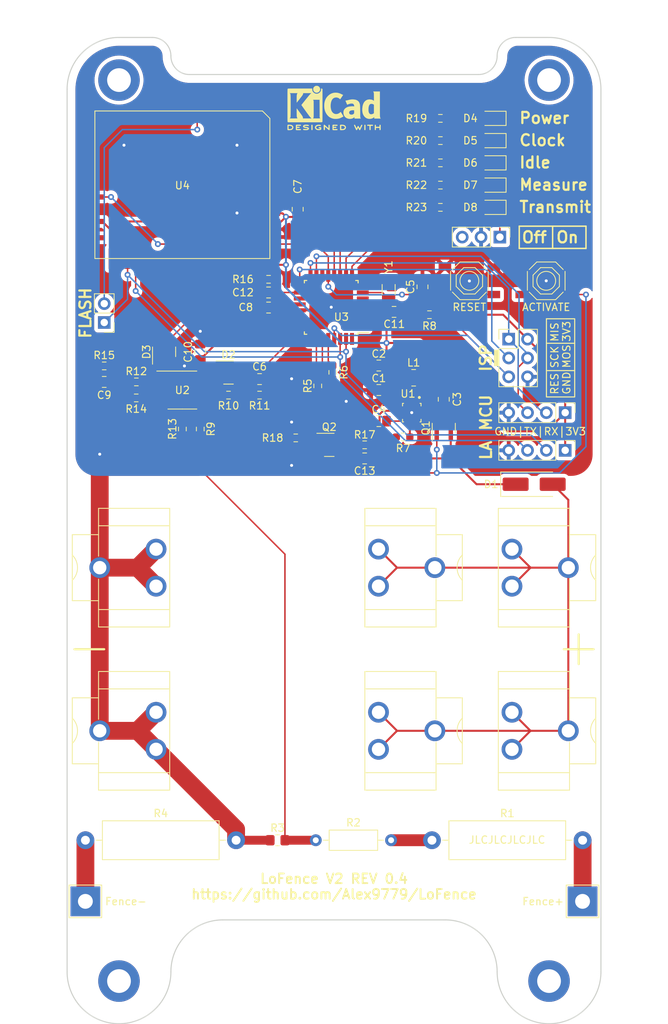
<source format=kicad_pcb>
(kicad_pcb (version 20221018) (generator pcbnew)
  (title_block (title "LoFence V2") (rev "0.4"))
  (layers (0 "F.Cu" signal) (31 "B.Cu" signal) (34 "B.Paste" user) (35 "F.Paste" user) (36 "B.SilkS" user "B.Silkscreen") (37 "F.SilkS" user "F.Silkscreen") (38 "B.Mask" user) (39 "F.Mask" user) (44 "Edge.Cuts" user))
  (net 0 "")
  (net 1 "GND")
  (net 2 "+3V3")
  (net 3 "ADC_POWER")
  (net 4 "ADC_POS")
  (net 5 "ADC_NEG")
  (net 6 "MCU_SCK")
  (net 7 "LA_RESET")
  (net 8 "LA_RX")
  (net 9 "LA_TX")
  (net 10 "PROBE")
  (net 11 "BAT_ADC")
  (net 12 "BAT_VCC")
  (net 13 "BAT_GND")
  (net 14 "Net-(U3-AREF)")
  (net 15 "AVCC")
  (net 16 "Net-(D2-A1)")
  (net 17 "Net-(D3-A1)")
  (net 18 "Net-(D4-K)")
  (net 19 "MCU_MISO")
  (net 20 "MCU_MOSI")
  (net 21 "LED_CLK")
  (net 22 "LED_IDLE")
  (net 23 "LED_MSR")
  (net 24 "LED_TX")
  (net 25 "Net-(D5-A)")
  (net 26 "Net-(D4-A)")
  (net 27 "Net-(D6-A)")
  (net 28 "Net-(D7-A)")
  (net 29 "Net-(R1-Pad1)")
  (net 32 "Net-(U3-XTAL1{slash}PB6)")
  (net 33 "Net-(U3-XTAL2{slash}PB7)")
  (net 36 "Net-(Q1-G)")
  (net 39 "Net-(U1-SS)")
  (net 40 "Net-(D8-A)")
  (net 41 "Net-(J1-Pin_1)")
  (net 42 "Net-(J2-Pin_1)")
  (net 43 "Net-(U1-L1)")
  (net 44 "Net-(U1-L2)")
  (net 45 "Net-(U1-PG)")
  (net 46 "Net-(U2B-+)")
  (net 47 "Net-(U2B--)")
  (net 48 "Net-(U2A--)")
  (net 49 "Net-(U2A-+)")
  (net 52 "PM_VCC")
  (net 53 "ACTIVATE")
  (net 54 "Net-(B11-Pin_1)")
  (net 56 "LA_BOOT")
  (footprint "Resistor_SMD:R_0603_1608Metric_Pad0.98x0.95mm_HandSolder" (layer "F.Cu") (at 70.8387 80.1605 -90)
    (fp_text reference "R6")
    (fp_text value "100k")
  )
  (footprint "Resistor_THT:R_Axial_DIN0516_L15.5mm_D5.0mm_P20.32mm_Horizontal" (layer "F.Cu") (at 37.472 143.256)
    (fp_text reference "R4")
    (fp_text value "10M 10KV")
  )
  (footprint "Resistor_SMD:R_0603_1608Metric_Pad0.98x0.95mm_HandSolder" (layer "F.Cu") (at 52.9586 87.803 -90)
    (fp_text reference "R9")
    (fp_text value "100k")
  )
  (footprint "Resistor_SMD:R_0603_1608Metric_Pad0.98x0.95mm_HandSolder" (layer "F.Cu") (at 62.1705 67.6141)
    (fp_text reference "R16")
    (fp_text value "47R")
  )
  (footprint "Capacitor_SMD:C_0805_2012Metric_Pad1.18x1.45mm_HandSolder" (layer "F.Cu") (at 66.1 58.166 -90)
    (fp_text reference "C7")
    (fp_text value "100nF")
  )
  (footprint "Capacitor_SMD:C_0805_2012Metric_Pad1.18x1.45mm_HandSolder" (layer "F.Cu") (at 62.1705 71.4241 180)
    (fp_text reference "C8")
    (fp_text value "100nF")
  )
  (footprint "Capacitor_SMD:C_0805_2012Metric_Pad1.18x1.45mm_HandSolder" (layer "F.Cu") (at 79.0956 72.009 180)
    (fp_text reference "C11")
    (fp_text value "100nF")
  )
  (footprint "ALITECS:LA66_serial-only" (layer "F.Cu") (at 50.546 54.864 -90)
    (fp_text reference "U4")
    (fp_text value "LA66")
  )
  (footprint "Resistor_THT:R_Axial_DIN0516_L15.5mm_D5.0mm_P20.32mm_Horizontal" (layer "F.Cu") (at 84.208 143.256)
    (fp_text reference "R1")
    (fp_text value "10M 10KV")
  )
  (footprint "Resistor_THT:R_Axial_DIN0207_L6.3mm_D2.5mm_P10.16mm_Horizontal" (layer "F.Cu") (at 68.536177 143.256)
    (fp_text reference "R2")
    (fp_text value "1M 700V")
  )
  (footprint "Resistor_SMD:R_0805_2012Metric_Pad1.20x1.40mm_HandSolder" (layer "F.Cu") (at 63.38 143.256)
    (fp_text reference "R3")
    (fp_text value "5k76")
  )
  (footprint "Resistor_SMD:R_0603_1608Metric_Pad0.98x0.95mm_HandSolder" (layer "F.Cu") (at 50.5456 87.803 -90)
    (fp_text reference "R13")
    (fp_text value "100k")
  )
  (footprint "Package_QFP:TQFP-32_7x7mm_P0.8mm" (layer "F.Cu") (at 70.6254 71.4 180)
    (fp_text reference "U3")
    (fp_text value "ATmega328PB-AU")
  )
  (footprint "MountingHole:MountingHole_3.2mm_M3_DIN965_Pad" (layer "F.Cu") (at 42 162.25 90)
    (fp_text reference "MH3" hide)
    (fp_text value "MountingHole")
  )
  (footprint "MountingHole:MountingHole_3.2mm_M3_DIN965_Pad" (layer "F.Cu") (at 100 40.75 90)
    (fp_text reference "MH2" hide)
    (fp_text value "MountingHole")
  )
  (footprint "MountingHole:MountingHole_3.2mm_M3_DIN965_Pad" (layer "F.Cu") (at 42 40.75 90)
    (fp_text reference "MH1" hide)
    (fp_text value "MountingHole")
  )
  (footprint "Crystal:Crystal_SMD_3215-2Pin_3.2x1.5mm" (layer "F.Cu") (at 78.3654 68.987 -90)
    (fp_text reference "Y1")
    (fp_text value "32768 Hz")
  )
  (footprint "TestPoint:TestPoint_THTPad_4.0x4.0mm_Drill2.0mm" (layer "F.Cu") (at 37.465 151.5 180)
    (fp_text reference "J2")
    (fp_text value "Fence-")
  )
  (footprint "TestPoint:TestPoint_THTPad_4.0x4.0mm_Drill2.0mm" (layer "F.Cu") (at 104.521 151.5 180)
    (fp_text reference "J1")
    (fp_text value "Fence+")
  )
  (footprint "Resistor_SMD:R_0603_1608Metric_Pad0.98x0.95mm_HandSolder" (layer "F.Cu") (at 68.8067 81.9893 -90)
    (fp_text reference "R5")
    (fp_text value "100k")
  )
  (footprint "Resistor_SMD:R_0603_1608Metric_Pad0.98x0.95mm_HandSolder" (layer "F.Cu") (at 40.0046 79.294)
    (fp_text reference "R15")
    (fp_text value "1M")
  )
  (footprint "Capacitor_SMD:C_0805_2012Metric_Pad1.18x1.45mm_HandSolder" (layer "F.Cu") (at 40.0046 81.453 180)
    (fp_text reference "C9")
    (fp_text value "100nF")
  )
  (footprint "Resistor_SMD:R_0603_1608Metric_Pad0.98x0.95mm_HandSolder" (layer "F.Cu") (at 44.3226 83.612)
    (fp_text reference "R14")
    (fp_text value "100k")
  )
  (footprint "Resistor_SMD:R_0603_1608Metric_Pad0.98x0.95mm_HandSolder" (layer "F.Cu") (at 60.9596 83.231 180)
    (fp_text reference "R11")
    (fp_text value "1M")
  )
  (footprint "Package_SO:SOIC-8_3.9x4.9mm_P1.27mm" (layer "F.Cu") (at 50.5456 82.55)
    (fp_text reference "U2")
    (fp_text value "TLV9062")
  )
  (footprint "Resistor_SMD:R_0603_1608Metric_Pad0.98x0.95mm_HandSolder" (layer "F.Cu") (at 44.3386 81.453)
    (fp_text reference "R12")
    (fp_text value "100k")
  )
  (footprint "Capacitor_SMD:C_0805_2012Metric_Pad1.18x1.45mm_HandSolder" (layer "F.Cu") (at 60.9596 81.072)
    (fp_text reference "C6")
    (fp_text value "100nF")
  )
  (footprint "Package_TO_SOT_SMD:SOT-23" (layer "F.Cu") (at 48.0818 77.389 90)
    (fp_text reference "D3")
    (fp_text value "BAV70")
  )
  (footprint "Package_TO_SOT_SMD:SOT-23" (layer "F.Cu") (at 56.7686 80.183)
    (fp_text reference "D2")
    (fp_text value "BAV70")
  )
  (footprint "Capacitor_SMD:C_0805_2012Metric_Pad1.18x1.45mm_HandSolder" (layer "F.Cu") (at 52.9586 77.389 90)
    (fp_text reference "C10")
    (fp_text value "100nF")
  )
  (footprint "Resistor_SMD:R_0603_1608Metric_Pad0.98x0.95mm_HandSolder" (layer "F.Cu") (at 56.7686 83.231 180)
    (fp_text reference "R10")
    (fp_text value "100k")
  )
  (footprint "Resistor_SMD:R_0603_1608Metric_Pad0.98x0.95mm_HandSolder" (layer "F.Cu") (at 85.345 57.912 180)
    (fp_text reference "R23")
    (fp_text value "150R")
  )
  (footprint "LED_SMD:LED_0805_2012Metric_Pad1.15x1.40mm_HandSolder" (layer "F.Cu") (at 92.345 51.912 180)
    (fp_text reference "D6")
    (fp_text value "EMERALD")
  )
  (footprint "Resistor_SMD:R_0603_1608Metric_Pad0.98x0.95mm_HandSolder" (layer "F.Cu") (at 85.345 54.912 180)
    (fp_text reference "R22")
    (fp_text value "220R")
  )
  (footprint "LED_SMD:LED_0805_2012Metric_Pad1.15x1.40mm_HandSolder" (layer "F.Cu") (at 92.345 48.912 180)
    (fp_text reference "D5")
    (fp_text value "YELLOW")
  )
  (footprint "LED_SMD:LED_0805_2012Metric_Pad1.15x1.40mm_HandSolder" (layer "F.Cu") (at 92.345 54.912 180)
    (fp_text reference "D7")
    (fp_text value "YELLOW")
  )
  (footprint "Resistor_SMD:R_0603_1608Metric_Pad0.98x0.95mm_HandSolder" (layer "F.Cu") (at 85.345 45.912 180)
    (fp_text reference "R19")
    (fp_text value "1k")
  )
  (footprint "Resistor_SMD:R_0603_1608Metric_Pad0.98x0.95mm_HandSolder" (layer "F.Cu") (at 85.345 48.912 180)
    (fp_text reference "R20")
    (fp_text value "220R")
  )
  (footprint "Connector_PinHeader_2.54mm:PinHeader_1x03_P2.54mm_Vertical" (layer "F.Cu") (at 93.3704 61.9252 -90)
    (fp_text reference locked "J4" hide)
    (fp_text value "DEBUG LED")
  )
  (footprint "LED_SMD:LED_0805_2012Metric_Pad1.15x1.40mm_HandSolder" (layer "F.Cu") (at 92.345 45.912 180)
    (fp_text reference "D4")
    (fp_text value "EMERALD")
  )
  (footprint "LED_SMD:LED_0805_2012Metric_Pad1.15x1.40mm_HandSolder" (layer "F.Cu") (at 92.345 57.912 180)
    (fp_text reference "D8")
    (fp_text value "RED")
  )
  (footprint "Resistor_SMD:R_0603_1608Metric_Pad0.98x0.95mm_HandSolder" (layer "F.Cu") (at 85.345 51.912 180)
    (fp_text reference "R21")
    (fp_text value "1k")
  )
  (footprint "Resistor_SMD:R_0603_1608Metric_Pad0.98x0.95mm_HandSolder" (layer "F.Cu") (at 83.8708 72.39 180)
    (fp_text reference "R8")
    (fp_text value "4k7")
  )
  (footprint "Capacitor_SMD:C_0805_2012Metric_Pad1.18x1.45mm_HandSolder" (layer "F.Cu") (at 82.931 68.6308 90)
    (fp_text reference "C5")
    (fp_text value "100nF")
  )
  (footprint "Capacitor_SMD:C_0805_2012Metric_Pad1.18x1.45mm_HandSolder" (layer "F.Cu") (at 85.8 83.7946 90)
    (fp_text reference "C3")
    (fp_text value "10uF")
  )
  (footprint "Connector_PinHeader_2.54mm:PinHeader_1x04_P2.54mm_Vertical" (layer "F.Cu") (at 102.1785 90.678 -90)
    (fp_text reference "J6" hide)
    (fp_text value "DEBUG LA")
  )
  (footprint "Connector_PinHeader_2.54mm:PinHeader_2x03_P2.54mm_Vertical" (layer "F.Cu") (at 94.5635 75.685)
    (fp_text reference "J3" hide)
    (fp_text value "ISP")
  )
  (footprint "Connector_PinHeader_2.54mm:PinHeader_1x04_P2.54mm_Vertical" (layer "F.Cu") (at 102.1785 85.598 -90)
    (fp_text reference "J5" hide)
    (fp_text value "DEBUG MCU")
  )
  (footprint "Capacitor_SMD:C_0805_2012Metric_Pad1.18x1.45mm_HandSolder" (layer "F.Cu") (at 62.1705 69.3934)
    (fp_text reference "C12")
    (fp_text value "100nF")
  )
  (footprint "ALITECS:TS-1187A-B-A-B" (layer "F.Cu") (at 89.2556 67.818 180)
    (fp_text reference locked "SW1" hide)
    (fp_text value locked "RESET")
  )
  (footprint "Capacitor_SMD:C_0805_2012Metric_Pad1.18x1.45mm_HandSolder" (layer "F.Cu") (at 77.0421 82.5446 180)
    (fp_text reference "C1")
    (fp_text value "10uF")
  )
  (footprint "Capacitor_SMD:C_0805_2012Metric_Pad1.18x1.45mm_HandSolder" (layer "F.Cu") (at 77.0421 79.2426 180)
    (fp_text reference "C2")
    (fp_text value "10uF")
  )
  (footprint "Resistor_SMD:R_0603_1608Metric_Pad0.98x0.95mm_HandSolder" (layer "F.Cu") (at 80.3148 88.8746)
    (fp_text reference "R7")
    (fp_text value "100k")
  )
  (footprint "ALITECS:MY-18650-01" (layer "F.Cu") (at 95 128.5 180)
    (fp_text reference "B21" hide)
    (fp_text value "MY-18650-01")
  )
  (footprint "Inductor_SMD:L_1008_2520Metric_Pad1.43x2.20mm_HandSolder" (layer "F.Cu") (at 81.7411 80.8936 180)
    (fp_text reference "L1")
    (fp_text value "1.5uH")
  )
  (footprint "Resistor_SMD:R_0603_1608Metric_Pad0.98x0.95mm_HandSolder" (layer "F.Cu") (at 65.8368 89.0016 180)
    (fp_text reference "R18")
    (fp_text value "1M")
  )
  (footprint "Symbol:KiCad-Logo2_5mm_SilkScreen" (layer "F.Cu") (at 71 44.5)
    (fp_text reference "REF**" hide)
    (fp_text value "KiCad-Logo2_5mm_SilkScreen" hide)
  )
  (footprint "Package_TO_SOT_SMD:SOT-23" (layer "F.Cu") (at 70.358 89.9414)
    (fp_text reference "Q2")
    (fp_text value "2N7002")
  )
  (footprint "Package_TO_SOT_SMD:SOT-23" (layer "F.Cu") (at 85.8012 87.6808 90)
    (fp_text reference "Q1")
    (fp_text value "LBSS84LT1G")
  )
  (footprint "ALITECS:MY-18650-01" (layer "F.Cu") (at 47 106.5)
    (fp_text reference "B10" hide)
    (fp_text value "MY-18650-01")
  )
  (footprint "Capacitor_SMD:C_0805_2012Metric_Pad1.18x1.45mm_HandSolder" (layer "F.Cu") (at 75.1332 91.7702 180)
    (fp_text reference "C13")
    (fp_text value "100nF")
  )
  (footprint "Capacitor_SMD:C_0805_2012Metric_Pad1.18x1.45mm_HandSolder" (layer "F.Cu") (at 77.0421 86.7356 180)
    (fp_text reference "C4")
    (fp_text value "1nF")
  )
  (footprint "MountingHole:MountingHole_3.2mm_M3_DIN965_Pad" (layer "F.Cu") (at 100 162.25)
    (fp_text reference "MH4" hide)
    (fp_text value "MountingHole")
  )
  (footprint "ALITECS:TPS63051RMW" (layer "F.Cu") (at 81.4871 85.5926 -90)
    (fp_text reference "U1")
    (fp_text value "TPS63051RMW")
  )
  (footprint "Diode_SMD:D_SMA_Handsoldering" (layer "F.Cu") (at 97.99 95.25)
    (fp_text reference "D1")
    (fp_text value "SS54")
  )
  (footprint "ALITECS:TS-1187A-B-A-B" (layer "F.Cu") (at 99.6188 67.818 180)
    (fp_text reference locked "SW2" hide)
    (fp_text value locked "ACTIVATE")
  )
  (footprint "Symbol:OSHW-Logo_5.7x6mm_Copper" (layer "F.Cu") (at 71 51)
    (fp_text reference "REF**" hide)
    (fp_text value "OSHW-Logo_5.7x6mm_Copper" hide)
  )
  (footprint "ALITECS:MY-18650-01" (layer "F.Cu") (at 77 128.5 180)
    (fp_text reference "B41" hide)
    (fp_text value "MY-18650-01")
  )
  (footprint "ALITECS:MY-18650-01" (layer "F.Cu") (at 47 128.5)
    (fp_text reference "B20" hide)
    (fp_text value "MY-18650-01")
  )
  (footprint "ALITECS:MY-18650-01" (layer "F.Cu") (at 95 106.5 180)
    (fp_text reference "B11" hide)
    (fp_text value "MY-18650-01")
  )
  (footprint "Resistor_SMD:R_0603_1608Metric_Pad0.98x0.95mm_HandSolder" (layer "F.Cu") (at 75.1332 89.9414)
    (fp_text reference "R17")
    (fp_text value "100k")
  )
  (footprint "ALITECS:MY-18650-01" (layer "F.Cu") (at 77 106.5 180)
    (fp_text reference "B31" hide)
    (fp_text value "MY-18650-01")
  )
  (footprint "Connector_PinHeader_2.54mm:PinHeader_1x02_P2.54mm_Vertical" (layer "F.Cu") (at 40.012 73.438 180)
    (fp_text reference "J7" hide)
    (fp_text value "FLASH LA")
  )
  (gr_line (start 104.9824 63.4506) (end 95.9824 63.4506) (stroke (width 0.2)) (layer "F.SilkS"))
  (gr_line (start 95.9824 60.4506) (end 104.9824 60.4506) (stroke (width 0.2)) (layer "F.SilkS"))
  (gr_line (start 104.9824 60.4506) (end 104.9824 63.4506) (stroke (width 0.2)) (layer "F.SilkS"))
  (gr_line (start 95.9824 63.4506) (end 95.9824 60.4506) (stroke (width 0.2)) (layer "F.SilkS"))
  (gr_line (start 100.4824 63.4506) (end 100.4824 60.4506) (stroke (width 0.2)) (layer "F.SilkS"))
  (gr_line (start 36 117.5) (end 40 117.5) (stroke (width 0.3)) (layer "F.SilkS"))
  (gr_rect (start 92.66 77.1913) (end 93.2164 79.2487) (stroke (width 0.15)) (fill solid) (layer "F.SilkS"))
  (gr_line (start 99.6485 76.2415) (end 103.4585 76.2415) (stroke (width 0.15)) (layer "F.SilkS"))
  (gr_line (start 99.6485 79.9245) (end 103.4585 79.9245) (stroke (width 0.15)) (layer "F.SilkS"))
  (gr_line (start 102 117.5) (end 106 117.5) (stroke (width 0.3)) (layer "F.SilkS"))
  (gr_line (start 104 115.5) (end 104 119.5) (stroke (width 0.3)) (layer "F.SilkS"))
  (gr_rect (start 99.6485 72.9395) (end 103.4585 83.4805) (stroke (width 0.15)) (fill none) (layer "F.SilkS"))
  (gr_arc (start 100 35) (mid 104.949747 37.050253) (end 107 42) (stroke (width 0.15)) (layer "Edge.Cuts"))
  (gr_line (start 56 154) (end 86 154) (stroke (width 0.15)) (layer "Edge.Cuts"))
  (gr_arc (start 100 168) (mid 95.050253 165.949747) (end 93 161) (stroke (width 0.15)) (layer "Edge.Cuts"))
  (gr_arc (start 42 168) (mid 37.050253 165.949747) (end 35 161) (stroke (width 0.15)) (layer "Edge.Cuts"))
  (gr_line (start 46.5 35) (end 42 35) (stroke (width 0.15)) (layer "Edge.Cuts"))
  (gr_line (start 90.5 40) (end 51.5 40) (stroke (width 0.15)) (layer "Edge.Cuts"))
  (gr_arc (start 49 161) (mid 46.949747 165.949747) (end 42 168) (stroke (width 0.15)) (layer "Edge.Cuts"))
  (gr_line (start 100 35) (end 95.5 35) (stroke (width 0.15)) (layer "Edge.Cuts"))
  (gr_arc (start 46.5 35) (mid 48.267767 35.732233) (end 49 37.5) (stroke (width 0.15)) (layer "Edge.Cuts"))
  (gr_line (start 107 161) (end 107 42) (stroke (width 0.15)) (layer "Edge.Cuts"))
  (gr_arc (start 51.5 40) (mid 49.732233 39.267767) (end 49 37.5) (stroke (width 0.15)) (layer "Edge.Cuts"))
  (gr_arc (start 49 161) (mid 51.050253 156.050253) (end 56 154) (stroke (width 0.15)) (layer "Edge.Cuts"))
  (gr_arc (start 107 161) (mid 104.949747 165.949747) (end 100 168) (stroke (width 0.15)) (layer "Edge.Cuts"))
  (gr_arc (start 35 42) (mid 37.050253 37.050253) (end 42 35) (stroke (width 0.15)) (layer "Edge.Cuts"))
  (gr_arc (start 93 37.5) (mid 93.732233 35.732233) (end 95.5 35) (stroke (width 0.15)) (layer "Edge.Cuts"))
  (gr_arc (start 86 154) (mid 90.949747 156.050253) (end 93 161) (stroke (width 0.15)) (layer "Edge.Cuts"))
  (gr_line (start 35 42) (end 35 161) (stroke (width 0.15)) (layer "Edge.Cuts"))
  (gr_arc (start 93 37.5) (mid 92.267767 39.267767) (end 90.5 40) (stroke (width 0.15)) (layer "Edge.Cuts"))
  (gr_text "On" (at 102.4824 61.9506) (layer "F.SilkS") (effects (font (size 1.5 1.5) (thickness 0.3))))
  (gr_text "Power" (at 95.845 45.864) (layer "F.SilkS") (effects (font (size 1.5 1.5) (thickness 0.3)) (justify left)))
  (gr_text "Clock" (at 95.845 48.864) (layer "F.SilkS") (effects (font (size 1.5 1.5) (thickness 0.3)) (justify left)))
  (gr_text "Off" (at 98.0184 61.9506) (layer "F.SilkS") (effects (font (size 1.5 1.5) (thickness 0.3))))
  (gr_text "Measure" (at 95.845 54.864) (layer "F.SilkS") (effects (font (size 1.5 1.5) (thickness 0.3)) (justify left)))
  (gr_text "Transmit" (at 95.845 57.864) (layer "F.SilkS") (effects (font (size 1.5 1.5) (thickness 0.3)) (justify left)))
  (gr_text "Idle" (at 95.845 51.864) (layer "F.SilkS") (effects (font (size 1.5 1.5) (thickness 0.3)) (justify left)))
  (gr_text "MCU" (at 91.5 85.598 90) (layer "F.SilkS") (effects (font (size 1.5 1.5) (thickness 0.3))))
  (gr_text "FLASH" (at 37.472 72.163 90) (layer "F.SilkS") (effects (font (size 1.5 1.5) (thickness 0.3))))
  (gr_text "RES\nGND" (at 102.9505 83.2265 90) (layer "F.SilkS") (effects (font (size 1 1)) (justify left bottom)))
  (gr_text "ISP" (at 91.4697 78.21 90) (layer "F.SilkS") (effects (font (size 1.5 1.5) (thickness 0.3))))
  (gr_text "JLCJLCJLCJLC" (at 89.1 143.8) (layer "F.SilkS") (effects (font (size 1 1)) (justify left bottom)))
  (gr_text "${TITLE} REV ${REVISION}\nhttps://github.com/Alex9779/LoFence\n" (at 71 149.5) (layer "F.SilkS") (effects (font (size 1.3 1.3) (thickness 0.25))))
  (gr_text "LA" (at 91.5 90.678 90) (layer "F.SilkS") (effects (font (size 1.5 1.5) (thickness 0.3))))
  (gr_text "MIS\n3V3" (at 102.9505 76.1145 90) (layer "F.SilkS") (effects (font (size 1 1)) (justify left bottom)))
  (gr_text "SCK\nMOS" (at 102.9505 79.6705 90) (layer "F.SilkS") (effects (font (size 1 1)) (justify left bottom)))
  (gr_text "GND|TX|RX|3V3" (at 98.806 88.138) (layer "F.SilkS") (effects (font (size 1 1))))
  (segment (start 39.4 106.5) (end 39.4 91.2) (width 2.4) (layer "F.Cu") (net 1))
  (segment (start 44.5 106.5) (end 39.4 106.5) (width 2.4) (layer "F.Cu") (net 1))
  (segment (start 39.4 128.5) (end 44.5 128.5) (width 2.4) (layer "F.Cu") (net 1))
  (segment (start 81.2301 85.8426) (end 81.4801 85.5926) (width 0.27) (layer "F.Cu") (net 1))
  (segment (start 81.4801 85.5926) (end 81.7371 85.3356) (width 0.27) (layer "F.Cu") (net 1))
  (segment locked (start 62.38 143.256) (end 57.792 143.256) (width 1.2) (layer "F.Cu") (net 1))
  (segment (start 39.4 106.5) (end 39.4 128.5) (width 2.4) (layer "F.Cu") (net 1))
  (segment (start 71 71) (end 70.6254 71.3746) (width 0.27) (layer "F.Cu") (net 1))
  (segment (start 44.5 106.5) (end 47 104) (width 2.4) (layer "F.Cu") (net 1))
  (segment (start 70.2 71.8) (end 70.6254 71.3746) (width 0.27) (layer "F.Cu") (net 1))
  (segment (start 74.8754 71) (end 71 71) (width 0.27) (layer "F.Cu") (net 1))
  (segment (start 44.5 128.5) (end 47 126) (width 2.4) (layer "F.Cu") (net 1))
  (segment (start 81.4801 85.5926) (end 81.7371 85.8496) (width 0.27) (layer "F.Cu") (net 1))
  (segment (start 57.792 141.792) (end 57.792 143.256) (width 2.4) (layer "F.Cu") (net 1))
  (segment (start 80.3021 85.8426) (end 81.2301 85.8426) (width 0.27) (layer "F.Cu") (net 1))
  (segment (start 81.7371 85.3356) (end 81.7371 84.4076) (width 0.27) (layer "F.Cu") (net 1))
  (segment (start 47 131) (end 57.792 141.792) (width 2.4) (layer "F.Cu") (net 1))
  (segment (start 66.3754 71.8) (end 70.2 71.8) (width 0.27) (layer "F.Cu") (net 1))
  (segment (start 44.5 106.5) (end 47 109) (width 2.4) (layer "F.Cu") (net 1))
  (segment (start 47 131) (end 44.5 128.5) (width 2.4) (layer "F.Cu") (net 1))
  (segment (start 81.7371 85.8496) (end 81.7371 86.7776) (width 0.27) (layer "F.Cu") (net 1))
  (segment (start 102.9188 65.968) (end 96.3188 65.968) (width 0.2) (layer "F.Cu") (net 1))
  (via (at 39.4 91.2) (size 0.8) (drill 0.4) (layers "F.Cu" "B.Cu") (net 1))
  (via (at 89.2556 67.8434) (size 0.8) (drill 0.4) (layers "F.Cu" "B.Cu") (net 1))
  (via (at 81.4801 85.5926) (size 0.8) (drill 0.4) (layers "F.Cu" "B.Cu") (net 1))
  (via (at 70.6254 71.3746) (size 0.8) (drill 0.4) (layers "F.Cu" "B.Cu") (net 1))
  (via (at 72.644 84.074) (size 0.8) (drill 0.4) (layers "F.Cu" "B.Cu") (net 1))
  (via (at 57.912 49.53) (size 0.8) (drill 0.4) (layers "F.Cu" "B.Cu") (net 1))
  (via (at 52.959 74.6252) (size 0.8) (drill 0.4) (layers "F.Cu" "B.Cu") (net 1))
  (via (at 65.278 81.026) (size 0.8) (drill 0.4) (layers "F.Cu" "B.Cu") (net 1))
  (via (at 65.278 86.868) (size 0.8) (drill 0.4) (layers "F.Cu" "B.Cu") (net 1))
  (via (at 65.278 92.71) (size 0.8) (drill 0.4) (layers "F.Cu" "B.Cu") (net 1))
  (via (at 42.672 49.53) (size 0.8) (drill 0.4) (layers "F.Cu" "B.Cu") (net 1))
  (via (at 50.8254 79.2988) (size 0.8) (drill 0.4) (layers "F.Cu" "B.Cu") (net 1))
  (via (at 57.912 58.674) (size 0.8) (drill 0.4) (layers "F.Cu" "B.Cu") (net 1))
  (via (at 99.6188 67.818) (size 0.8) (drill 0.4) (layers "F.Cu" "B.Cu") (net 1))
  (segment (start 78.0796 82.6201) (end 80.3021 84.8426) (width 0.27) (layer "F.Cu") (net 2))
  (segment (start 80.3021 85.3426) (end 80.3021 84.8426) (width 0.27) (layer "F.Cu") (net 2))
  (segment (start 63.2131 65.659) (end 64.516 65.659) (width 0.27) (layer "F.Cu") (net 2))
  (segment (start 102.1635 85.583) (end 102.1785 85.598) (width 0.27) (layer "F.Cu") (net 2))
  (segment (start 64.048 58.714) (end 64.516 59.182) (width 0.27) (layer "F.Cu") (net 2))
  (segment (start 78.0796 79.2426) (end 78.0796 76.2) (width 0.27) (layer "F.Cu") (net 2))
  (segment (start 78.0796 76.2) (end 82.4747 76.2) (width 0.27) (layer "F.Cu") (net 2))
  (segment (start 93.8085 72.39) (end 97.1035 75.685) (width 0.27) (layer "F.Cu") (net 2))
  (segment (start 82.4747 76.2) (end 94.3907 88.116) (width 0.27) (layer "F.Cu") (net 2))
  (segment (start 99.6605 88.116) (end 102.1785 85.598) (width 0.27) (layer "F.Cu") (net 2))
  (segment (start 62.371 59.814) (end 52.9082 59.814) (width 0.27) (layer "F.Cu") (net 2))
  (segment (start 78.0796 76.2) (end 78.0796 72.0305) (width 0.27) (layer "F.Cu") (net 2))
  (segment (start 102.1785 80.76) (end 102.1785 85.598) (width 0.27) (layer "F.Cu") (net 2))
  (segment (start 42.146 59.814) (end 40.946 61.014) (width 0.27) (layer "F.Cu") (net 2))
  (segment (start 66.1 59.2035) (end 71.141 59.2035) (width 0.27) (layer "F.Cu") (net 2))
  (segment (start 61.258 67.6141) (end 63.2131 65.659) (width 0.27) (layer "F.Cu") (net 2))
  (segment (start 97.1035 75.685) (end 102.1785 80.76) (width 0.27) (layer "F.Cu") (net 2))
  (segment (start 78.359 88.8746) (end 77.1421 87.6577) (width 0.27) (layer "F.Cu") (net 2))
  (segment (start 78.0796 82.5446) (end 78.0796 79.2426) (width 0.27) (layer "F.Cu") (net 2))
  (segment (start 77.1421 87.6577) (end 77.1421 85.8243) (width 0.27) (layer "F.Cu") (net 2))
  (segment (start 77.1421 85.8243) (end 77.6238 85.3426) (width 0.27) (layer "F.Cu") (net 2))
  (segment (start 66.1 59.2035) (end 64.5375 59.2035) (width 0.27) (layer "F.Cu") (net 2))
  (segment (start 77.6238 85.3426) (end 80.3021 85.3426) (width 0.27) (layer "F.Cu") (net 2))
  (segment (start 74.8754 71.8) (end 77.8491 71.8) (width 0.27) (layer "F.Cu") (net 2))
  (segment (start 63.884 59.814) (end 64.516 59.182) (width 0.27) (layer "F.Cu") (net 2))
  (segment (start 62.371 58.714) (end 64.048 58.714) (width 0.27) (layer "F.Cu") (net 2))
  (segment (start 52.9082 59.814) (end 42.146 59.814) (width 0.27) (layer "F.Cu") (net 2))
  (segment (start 79.4023 88.8746) (end 78.359 88.8746) (width 0.27) (layer "F.Cu") (net 2))
  (segment (start 42.046 64.839) (end 40.946 64.839) (width 0.27) (layer "F.Cu") (net 2))
  (segment (start 94.3907 88.116) (end 99.6605 88.116) (width 0.27) (layer "F.Cu") (net 2))
  (segment (start 78.0796 72.0305) (end 78.0581 72.009) (width 0.27) (layer "F.Cu") (net 2))
  (segment (start 71.141 59.2035) (end 84.4325 45.912) (width 0.27) (layer "F.Cu") (net 2))
  (segment (start 77.8491 71.8) (end 78.0581 72.009) (width 0.27) (layer "F.Cu") (net 2))
  (segment (start 84.7833 72.39) (end 93.8085 72.39) (width 0.27) (layer "F.Cu") (net 2))
  (segment (start 40.946 64.839) (end 40.946 61.014) (width 0.27) (layer "F.Cu") (net 2))
  (segment (start 39.746 59.814) (end 38.721 59.814) (width 0.27) (layer "F.Cu") (net 2))
  (segment (start 64.5375 59.2035) (end 64.516 59.182) (width 0.27) (layer "F.Cu") (net 2))
  (segment (start 102.1785 85.598) (end 102.1785 90.678) (width 0.27) (layer "F.Cu") (net 2))
  (segment (start 40.946 61.014) (end 39.746 59.814) (width 0.27) (layer "F.Cu") (net 2))
  (segment (start 62.371 59.814) (end 63.884 59.814) (width 0.27) (layer "F.Cu") (net 2))
  (segment (start 78.0796 82.5446) (end 78.0796 82.6201) (width 0.27) (layer "F.Cu") (net 2))
  (segment (start 80.3021 84.8426) (end 80.7371 84.4076) (width 0.27) (layer "F.Cu") (net 2))
  (via (at 64.516 59.182) (size 0.8) (drill 0.4) (layers "F.Cu" "B.Cu") (net 2))
  (via (at 78.0796 76.2) (size 0.8) (drill 0.4) (layers "F.Cu" "B.Cu") (net 2))
  (via (at 64.516 65.659) (size 0.8) (drill 0.4) (layers "F.Cu" "B.Cu") (net 2))
  (segment (start 64.516 68.751661) (end 64.516 65.659) (width 0.27) (layer "B.Cu") (net 2))
  (segment (start 64.516 65.659) (end 64.516 59.182) (width 0.27) (layer "B.Cu") (net 2))
  (segment (start 71.964339 76.2) (end 64.516 68.751661) (width 0.27) (layer "B.Cu") (net 2))
  (segment (start 78.0796 76.2) (end 71.964339 76.2) (width 0.27) (layer "B.Cu") (net 2))
  (segment (start 57.1851 74.2) (end 66.3754 74.2) (width 0.27) (layer "F.Cu") (net 3))
  (segment (start 52.9586 78.4265) (end 57.1851 74.2) (width 0.27) (layer "F.Cu") (net 3))
  (segment (start 53.0206 78.4885) (end 52.9586 78.4265) (width 0.27) (layer "F.Cu") (net 3))
  (segment (start 53.0206 80.645) (end 53.0206 78.4885) (width 0.27) (layer "F.Cu") (net 3))
  (segment (start 57.7686 83.231) (end 59.9596 83.231) (width 0.2) (layer "F.Cu") (net 4))
  (segment (start 59.9596 81.1095) (end 59.9221 81.072) (width 0.2) (layer "F.Cu") (net 4))
  (segment (start 59.9596 83.231) (end 59.9596 81.1095) (width 0.2) (layer "F.Cu") (net 4))
  (segment (start 65.3441 75.65) (end 67.8254 75.65) (width 0.2) (layer "F.Cu") (net 4))
  (segment (start 59.9221 81.072) (end 58.5951 81.072) (width 0.2) (layer "F.Cu") (net 4))
  (segment (start 59.9221 81.072) (end 65.3441 75.65) (width 0.2) (layer "F.Cu") (net 4))
  (segment (start 58.5951 81.072) (end 57.7061 80.183) (width 0.2) (layer "F.Cu") (net 4))
  (segment (start 43.3386 81.453) (end 41.0421 81.453) (width 0.2) (layer "F.Cu") (net 5))
  (segment (start 47.777 76.4515) (end 48.0818 76.4515) (width 0.2) (layer "F.Cu") (net 5))
  (segment (start 41.0421 79.3315) (end 41.0046 79.294) (width 0.2) (layer "F.Cu") (net 5))
  (segment (start 43.3386 81.453) (end 43.3386 80.024) (width 0.2) (layer "F.Cu") (net 5))
  (segment (start 51.1333 73.4) (end 66.3754 73.4) (width 0.2) (layer "F.Cu") (net 5))
  (segment (start 43.3386 80.024) (end 46.9111 76.4515) (width 0.2) (layer "F.Cu") (net 5))
  (segment (start 41.0421 81.453) (end 41.0421 79.3315) (width 0.2) (layer "F.Cu") (net 5))
  (segment (start 48.0818 76.4515) (end 51.1333 73.4) (width 0.2) (layer "F.Cu") (net 5))
  (segment (start 46.9111 76.4515) (end 47.777 76.4515) (width 0.2) (layer "F.Cu") (net 5))
  (segment (start 66.3702 66.294) (end 66.3754 66.2992) (width 0.2) (layer "F.Cu") (net 6))
  (segment (start 66.3754 66.2992) (end 66.3754 68.6) (width 0.2) (layer "F.Cu") (net 6))
  (via (at 66.3702 66.294) (size 0.8) (drill 0.4) (layers "F.Cu" "B.Cu") (net 6))
  (segment (start 91.4654 66.294) (end 92.2825 67.1111) (width 0.2) (layer "B.Cu") (net 6))
  (segment (start 66.3702 66.294) (end 91.4654 66.294) (width 0.2) (layer "B.Cu") (net 6))
  (segment (start 92.2825 67.1111) (end 92.2825 75.944) (width 0.2) (layer "B.Cu") (net 6))
  (segment (start 92.2825 75.944) (end 94.5635 78.225) (width 0.2) (layer "B.Cu") (net 6))
  (segment (start 70.2254 68.607) (end 70.2254 67.15) (width 0.2) (layer "F.Cu") (net 7))
  (segment (start 82.9313 69.668) (end 82.931 69.6683) (width 0.2) (layer "F.Cu") (net 7))
  (segment (start 92.5556 69.668) (end 85.9556 69.668) (width 0.2) (layer "F.Cu") (net 7))
  (segment (start 82.931 72.3627) (end 82.931 69.6683) (width 0.2) (layer "F.Cu") (net 7))
  (segment (start 70.2254 64.5095) (end 70.2254 67.15) (width 0.2) (layer "F.Cu") (net 7))
  (segment (start 80.1694 69.6738) (end 80.1749 69.6683) (width 0.2) (layer "F.Cu") (net 7))
  (segment (start 47.244 62.865) (end 68.5809 62.865) (width 0.2) (layer "F.Cu") (net 7))
  (segment (start 38.722 56.515) (end 38.721 56.514) (width 0.2) (layer "F.Cu") (net 7))
  (segment (start 80.1749 69.6683) (end 82.931 69.6683) (width 0.2) (layer "F.Cu") (net 7))
  (segment (start 83.7333 73.165) (end 86.9835 73.165) (width 0.2) (layer "F.Cu") (net 7))
  (segment (start 71.0254 74.2372) (end 71.0438 74.2188) (width 0.2) (layer "F.Cu") (net 7))
  (segment (start 82.9583 72.39) (end 83.7333 73.165) (width 0.2) (layer "F.Cu") (net 7))
  (segment (start 94.5635 80.745) (end 94.5635 80.765) (width 0.2) (layer "F.Cu") (net 7))
  (segment (start 71.0254 75.65) (end 71.0254 74.2372) (width 0.2) (layer "F.Cu") (net 7))
  (segment (start 82.9583 72.39) (end 82.931 72.3627) (width 0.2) (layer "F.Cu") (net 7))
  (segment (start 85.9556 69.668) (end 82.9313 69.668) (width 0.2) (layer "F.Cu") (net 7))
  (segment (start 40.9194 56.515) (end 38.722 56.515) (width 0.2) (layer "F.Cu") (net 7))
  (segment (start 68.5809 62.865) (end 70.2254 64.5095) (width 0.2) (layer "F.Cu") (net 7))
  (segment (start 86.9835 73.165) (end 94.5635 80.745) (width 0.2) (layer "F.Cu") (net 7))
  (via (at 40.9194 56.515) (size 0.8) (drill 0.4) (layers "F.Cu" "B.Cu") (net 7))
  (via (at 70.2254 68.607) (size 0.8) (drill 0.4) (layers "F.Cu" "B.Cu") (net 7))
  (via (at 80.1694 69.6738) (size 0.8) (drill 0.4) (layers "F.Cu" "B.Cu") (net 7))
  (via (at 47.244 62.865) (size 0.8) (drill 0.4) (layers "F.Cu" "B.Cu") (net 7))
  (via (at 71.0438 74.2188) (size 0.8) (drill 0.4) (layers "F.Cu" "B.Cu") (net 7))
  (segment (start 71.3184 69.7) (end 70.2254 68.607) (width 0.2) (layer "B.Cu") (net 7))
  (segment (start 71.0438 74.2188) (end 72.009 75.184) (width 0.2) (layer "B.Cu") (net 7))
  (segment (start 80.1694 69.6738) (end 80.1432 69.7) (width 0.2) (layer "B.Cu") (net 7))
  (segment (start 80.1432 69.7) (end 71.3184 69.7) (width 0.2) (layer "B.Cu") (net 7))
  (segment (start 88.9825 75.184) (end 94.5635 80.765) (width 0.2) (layer "B.Cu") (net 7))
  (segment (start 47.244 62.8396) (end 40.9194 56.515) (width 0.2) (layer "B.Cu") (net 7))
  (segment (start 47.244 62.865) (end 47.244 62.8396) (width 0.2) (layer "B.Cu") (net 7))
  (segment (start 72.009 75.184) (end 88.9825 75.184) (width 0.2) (layer "B.Cu") (net 7))
  (segment (start 43.1546 64.8476) (end 43.146 64.839) (width 0.2) (layer "F.Cu") (net 8))
  (segment (start 72.6186 77.3684) (end 72.6254 77.3616) (width 0.2) (layer "F.Cu") (net 8))
  (segment (start 43.1546 67.0052) (end 43.1546 64.8476) (width 0.2) (layer "F.Cu") (net 8))
  (segment (start 72.6254 77.3616) (end 72.6254 75.65) (width 0.2) (layer "F.Cu") (net 8))
  (via (at 72.6186 77.3684) (size 0.8) (drill 0.4) (layers "F.Cu" "B.Cu") (net 8))
  (via (at 43.1546 67.0052) (size 0.8) (drill 0.4) (layers "F.Cu" "B.Cu") (net 8))
  (segment (start 72.6186 80.3686) (end 80.8452 88.5952) (width 0.2) (layer "B.Cu") (net 8))
  (segment (start 72.6186 77.3684) (end 53.5178 77.3684) (width 0.2) (layer "B.Cu") (net 8))
  (segment (start 43.1546 67.0052) (end 43.1546 70.2954) (width 0.2) (layer "B.Cu") (net 8))
  (segment (start 43.1546 70.2954) (end 40.012 73.438) (width 0.2) (layer "B.Cu") (net 8))
  (segment (start 80.8452 88.5952) (end 97.5557 88.5952) (width 0.2) (layer "B.Cu") (net 8))
  (segment (start 53.5178 77.3684) (end 43.1546 67.0052) (width 0.2) (layer "B.Cu") (net 8))
  (segment (start 72.6186 77.3684) (end 72.6186 80.3686) (width 0.2) (layer "B.Cu") (net 8))
  (segment (start 97.5557 88.5952) (end 99.6385 90.678) (width 0.2) (layer "B.Cu") (net 8))
  (segment (start 71.8254 78.0871) (end 71.8312 78.0929) (width 0.2) (layer "F.Cu") (net 9))
  (segment (start 44.246 69.1888) (end 44.246 64.839) (width 0.2) (layer "F.Cu") (net 9))
  (segment (start 44.2468 69.1896) (end 44.246 69.1888) (width 0.2) (layer "F.Cu") (net 9))
  (segment (start 71.8254 75.65) (end 71.8254 78.0871) (width 0.2) (layer "F.Cu") (net 9))
  (via (at 44.2468 69.1896) (size 0.8) (drill 0.4) (layers "F.Cu" "B.Cu") (net 9))
  (via (at 71.8312 78.0929) (size 0.8) (drill 0.4) (layers "F.Cu" "B.Cu") (net 9))
  (segment (start 71.8312 78.0929) (end 71.8312 80.5812) (width 0.2) (layer "B.Cu") (net 9))
  (segment (start 71.8312 80.5812) (end 80.6072 89.3572) (width 0.2) (layer "B.Cu") (net 9))
  (segment (start 53.1501 78.0929) (end 44.2468 69.1896) (width 0.2) (layer "B.Cu") (net 9))
  (segment (start 95.7777 89.3572) (end 97.0985 90.678) (width 0.2) (layer "B.Cu") (net 9))
  (segment (start 71.8312 78.0929) (end 53.1501 78.0929) (width 0.2) (layer "B.Cu") (net 9))
  (segment (start 80.6072 89.3572) (end 95.7777 89.3572) (width 0.2) (layer "B.Cu") (net 9))
  (segment (start 52.9586 88.946) (end 52.9586 88.803) (width 0.2) (layer "F.Cu") (net 10))
  (segment (start 64.38 143.256) (end 64.38 104.6854) (width 0.2) (layer "F.Cu") (net 10))
  (segment (start 51.8156 90.073) (end 50.5456 88.803) (width 0.2) (layer "F.Cu") (net 10))
  (segment (start 64.38 104.6854) (end 51.8156 92.121) (width 0.2) (layer "F.Cu") (net 10))
  (segment (start 51.8156 92.121) (end 51.8156 90.073) (width 0.2) (layer "F.Cu") (net 10))
  (segment (start 51.8156 90.073) (end 51.8316 90.073) (width 0.2) (layer "F.Cu") (net 10))
  (segment (start 51.8316 90.073) (end 52.9586 88.946) (width 0.2) (layer "F.Cu") (net 10))
  (segment locked (start 68.536177 143.256) (end 64.38 143.256) (width 1.2) (layer "F.Cu") (net 10))
  (segment (start 70.8387 81.073) (end 68.8105 81.073) (width 0.2) (layer "F.Cu") (net 11))
  (segment (start 68.8105 81.073) (end 68.8067 81.0768) (width 0.2) (layer "F.Cu") (net 11))
  (segment (start 69.4254 80.4581) (end 68.8067 81.0768) (width 0.2) (layer "F.Cu") (net 11))
  (segment (start 69.4254 75.65) (end 69.4254 80.4581) (width 0.2) (layer "F.Cu") (net 11))
  (segment (start 95.49 95.25) (end 90.2208 95.25) (width 0.27) (layer "F.Cu") (net 12))
  (segment (start 76.1707 90.0664) (end 76.0457 89.9414) (width 0.27) (layer "F.Cu") (net 12))
  (segment (start 76.1707 91.7702) (end 76.1707 90.0664) (width 0.27) (layer "F.Cu") (net 12))
  (segment (start 86.741 88.6285) (end 86.7512 88.6183) (width 0.27) (layer "F.Cu") (net 12))
  (segment (start 69.0061 82.9018) (end 76.0457 89.9414) (width 0.27) (layer "F.Cu") (net 12))
  (segment (start 68.8067 82.9018) (end 69.0061 82.9018) (width 0.27) (layer "F.Cu") (net 12))
  (segment (start 86.741 91.7702) (end 86.741 88.6285) (width 0.27) (layer "F.Cu") (net 12))
  (segment (start 76.1707 91.7702) (end 86.741 91.7702) (width 0.27) (layer "F.Cu") (net 12))
  (segment (start 90.2208 95.25) (end 86.741 91.7702) (width 0.27) (layer "F.Cu") (net 12))
  (segment (start 70.2254 78.6347) (end 70.8387 79.248) (width 0.2) (layer "F.Cu") (net 13))
  (segment (start 70.2254 75.65) (end 70.2254 78.6347) (width 0.2) (layer "F.Cu") (net 13))
  (segment (start 63.6321 71) (end 66.3754 71) (width 0.2) (layer "F.Cu") (net 14))
  (segment (start 63.208 71.4241) (end 63.6321 71) (width 0.2) (layer "F.Cu") (net 14))
  (segment (start 63.208 69.3934) (end 66.3688 69.3934) (width 0.2) (layer "F.Cu") (net 15))
  (segment (start 63.208 69.3934) (end 63.083 69.2684) (width 0.2) (layer "F.Cu") (net 15))
  (segment (start 63.083 69.2684) (end 63.083 67.6141) (width 0.2) (layer "F.Cu") (net 15))
  (segment (start 66.3688 69.3934) (end 66.3754 69.4) (width 0.2) (layer "F.Cu") (net 15))
  (segment (start 55.0491 81.915) (end 55.8311 81.133) (width 0.2) (layer "F.Cu") (net 16))
  (segment (start 53.0206 81.915) (end 55.0491 81.915) (width 0.2) (layer "F.Cu") (net 16))
  (segment (start 55.8311 81.133) (end 55.8311 79.233) (width 0.2) (layer "F.Cu") (net 16))
  (segment (start 48.0706 79.2653) (end 47.1318 78.3265) (width 0.2) (layer "F.Cu") (net 17))
  (segment (start 48.0706 80.645) (end 48.0706 79.2877) (width 0.2) (layer "F.Cu") (net 17))
  (segment (start 48.0706 80.645) (end 48.0706 79.2653) (width 0.2) (layer "F.Cu") (net 17))
  (segment (start 48.0706 79.2877) (end 49.0318 78.3265) (width 0.2) (layer "F.Cu") (net 17))
  (segment (start 93.37 54.912) (end 93.37 57.912) (width 0.2) (layer "F.Cu") (net 18))
  (segment (start 93.37 57.912) (end 93.37 61.9248) (width 0.2) (layer "F.Cu") (net 18))
  (segment (start 93.37 51.912) (end 93.37 54.912) (width 0.2) (layer "F.Cu") (net 18))
  (segment (start 93.37 48.912) (end 93.37 51.912) (width 0.2) (layer "F.Cu") (net 18))
  (segment (start 93.37 45.912) (end 93.37 48.912) (width 0.2) (layer "F.Cu") (net 18))
  (segment (start 93.37 61.9248) (end 93.3704 61.9252) (width 0.2) (layer "F.Cu") (net 18))
  (segment (start 67.8254 65.4084) (end 67.8254 67.15) (width 0.2) (layer "F.Cu") (net 19))
  (via (at 67.8254 65.4084) (size 0.8) (drill 0.4) (layers "F.Cu" "B.Cu") (net 19))
  (segment (start 95.8385 82.274) (end 99.1625 85.598) (width 0.2) (layer "B.Cu") (net 19))
  (segment (start 94.5635 75.685) (end 95.8385 76.96) (width 0.2) (layer "B.Cu") (net 19))
  (segment (start 99.1625 85.598) (end 99.6385 85.598) (width 0.2) (layer "B.Cu") (net 19))
  (segment (start 95.8385 76.96) (end 95.8385 82.274) (width 0.2) (layer "B.Cu") (net 19))
  (segment (start 94.5635 68.826414) (end 94.5635 75.685) (width 0.2) (layer "B.Cu") (net 19))
  (segment (start 91.145486 65.4084) (end 94.5635 68.826414) (width 0.2) (layer "B.Cu") (net 19))
  (segment (start 67.8254 65.4084) (end 91.145486 65.4084) (width 0.2) (layer "B.Cu") (net 19))
  (segment (start 68.6254 67.15) (end 68.6254 64.5214) (width 0.2) (layer "F.Cu") (net 20))
  (segment (start 95.8385 84.338) (end 97.0985 85.598) (width 0.2) (layer "F.Cu") (net 20))
  (segment (start 95.8385 79.49) (end 95.8385 84.338) (width 0.2) (layer "F.Cu") (net 20))
  (segment (start 97.1035 78.225) (end 95.8385 79.49) (width 0.2) (layer "F.Cu") (net 20))
  (segment (start 68.6254 64.5214) (end 68.6308 64.516) (width 0.2) (layer "F.Cu") (net 20))
  (via (at 68.6308 64.516) (size 0.8) (drill 0.4) (layers "F.Cu" "B.Cu") (net 20))
  (segment (start 97.1035 77.659314) (end 97.1035 78.225) (width 0.2) (layer "B.Cu") (net 20))
  (segment (start 68.6308 64.516) (end 90.818772 64.516) (width 0.2) (layer "B.Cu") (net 20))
  (segment (start 95.9535 76.509314) (end 97.1035 77.659314) (width 0.2) (layer "B.Cu") (net 20))
  (segment (start 95.9535 69.650728) (end 95.9535 76.509314) (width 0.2) (layer "B.Cu") (net 20))
  (segment (start 90.818772 64.516) (end 95.9535 69.650728) (width 0.2) (layer "B.Cu") (net 20))
  (segment (start 71.0254 62.3191) (end 84.4325 48.912) (width 0.2) (layer "F.Cu") (net 21))
  (segment (start 71.0254 67.15) (end 71.0254 62.3191) (width 0.2) (layer "F.Cu") (net 21))
  (segment (start 71.8254 63.4804) (end 83.3938 51.912) (width 0.2) (layer "F.Cu") (net 22))
  (segment (start 71.8254 67.15) (end 71.8254 63.4804) (width 0.2) (layer "F.Cu") (net 22))
  (segment (start 83.3938 51.912) (end 84.4325 51.912) (width 0.2) (layer "F.Cu") (net 22))
  (segment (start 82.4766 54.912) (end 84.4325 54.912) (width 0.2) (layer "F.Cu") (net 23))
  (segment (start 72.6254 64.7632) (end 82.4766 54.912) (width 0.2) (layer "F.Cu") (net 23))
  (segment (start 72.6254 67.15) (end 72.6254 64.7632) (width 0.2) (layer "F.Cu") (net 23))
  (segment (start 73.4254 65.8682) (end 73.4254 67.15) (width 0.2) (layer "F.Cu") (net 24))
  (segment (start 84.4325 57.912) (end 81.3816 57.912) (width 0.2) (layer "F.Cu") (net 24))
  (segment (start 81.3816 57.912) (end 73.4254 65.8682) (width 0.2) (layer "F.Cu") (net 24))
  (segment (start 86.345 48.912) (end 91.32 48.912) (width 0.2) (layer "F.Cu") (net 25))
  (segment (start 86.345 45.912) (end 91.32 45.912) (width 0.2) (layer "F.Cu") (net 26))
  (segment (start 86.345 51.912) (end 91.32 51.912) (width 0.2) (layer "F.Cu") (net 27))
  (segment (start 86.345 54.912) (end 91.32 54.912) (width 0.2) (layer "F.Cu") (net 28))
  (segment locked (start 84.208 143.256) (end 78.696177 143.256) (width 1.6) (layer "F.Cu") (net 29))
  (segment (start 77.5284 69.4) (end 78.3654 70.237) (width 0.2) (layer "F.Cu") (net 32))
  (segment (start 74.8754 69.4) (end 77.5284 69.4) (width 0.2) (layer "F.Cu") (net 32))
  (segment (start 77.5024 68.6) (end 78.3654 67.737) (width 0.2) (layer "F.Cu") (net 33))
  (segment (start 74.8754 68.6) (end 77.5024 68.6) (width 0.2) (layer "F.Cu") (net 33))
  (segment (start 84.8614 88.6285) (end 84.8512 88.6183) (width 0.2) (layer "F.Cu") (net 36))
  (segment (start 84.8614 90.5764) (end 84.8614 88.6285) (width 0.2) (layer "F.Cu") (net 36))
  (segment (start 74.0957 91.7702) (end 74.0957 90.0664) (width 0.2) (layer "F.Cu") (net 36))
  (segment (start 71.2955 89.9414) (end 74.2207 89.9414) (width 0.2) (layer "F.Cu") (net 36))
  (segment (start 102.9188 69.668) (end 104.974 69.668) (width 0.2) (layer "F.Cu") (net 36))
  (segment (start 74.0957 90.0664) (end 74.2207 89.9414) (width 0.2) (layer "F.Cu") (net 36))
  (segment (start 102.9188 69.668) (end 96.3188 69.668) (width 0.27) (layer "F.Cu") (net 36))
  (segment (start 104.974 69.668) (end 104.9782 69.6722) (width 0.2) (layer "F.Cu") (net 36))
  (segment (start 84.8614 93.7255) (end 76.051 93.7255) (width 0.2) (layer "F.Cu") (net 36))
  (segment (start 76.051 93.7255) (end 74.0957 91.7702) (width 0.2) (layer "F.Cu") (net 36))
  (via (at 84.8614 90.5764) (size 0.8) (drill 0.4) (layers "F.Cu" "B.Cu") (net 36))
  (via (at 84.8614 93.7255) (size 0.8) (drill 0.4) (layers "F.Cu" "B.Cu") (net 36))
  (via (at 104.9782 69.6722) (size 0.8) (drill 0.4) (layers "F.Cu" "B.Cu") (net 36))
  (segment (start 84.8614 93.7255) (end 84.8614 90.5764) (width 0.2) (layer "B.Cu") (net 36))
  (segment (start 101.431 93.7255) (end 104.9782 90.1783) (width 0.2) (layer "B.Cu") (net 36))
  (segment (start 104.9782 90.1783) (end 104.9782 69.6722) (width 0.2) (layer "B.Cu") (net 36))
  (segment (start 84.8614 93.7255) (end 101.431 93.7255) (width 0.2) (layer "B.Cu") (net 36))
  (segment (start 80.6951 86.7356) (end 80.7371 86.7776) (width 0.2) (layer "F.Cu") (net 39))
  (segment (start 78.0796 86.7356) (end 80.6951 86.7356) (width 0.2) (layer "F.Cu") (net 39))
  (segment (start 86.345 57.912) (end 91.32 57.912) (width 0.2) (layer "F.Cu") (net 40))
  (segment locked (start 104.528 143.256) (end 104.528 151.493) (width 2.4) (layer "F.Cu") (net 41))
  (segment locked (start 37.472 151.493) (end 37.472 143.256) (width 2.4) (layer "F.Cu") (net 42))
  (segment (start 82.2371 84.4076) (end 82.2371 83.1916) (width 0.2) (layer "F.Cu") (net 43))
  (segment (start 82.9036 82.5251) (end 82.9036 80.8936) (width 0.2) (layer "F.Cu") (net 43))
  (segment (start 82.2371 83.1916) (end 82.9036 82.5251) (width 0.2) (layer "F.Cu") (net 43))
  (segment (start 81.2371 84.4076) (end 81.2371 83.232631) (width 0.2) (layer "F.Cu") (net 44))
  (segment (start 80.5981 80.9131) (end 80.5786 80.8936) (width 0.2) (layer "F.Cu") (net 44))
  (segment (start 80.5981 82.593631) (end 80.5981 80.9131) (width 0.2) (layer "F.Cu") (net 44))
  (segment (start 81.2371 83.232631) (end 80.5981 82.593631) (width 0.2) (layer "F.Cu") (net 44))
  (segment (start 81.2273 86.7874) (end 81.2371 86.7776) (width 0.27) (layer "F.Cu") (net 45))
  (segment (start 81.2273 88.8746) (end 81.2273 86.7874) (width 0.27) (layer "F.Cu") (net 45))
  (segment (start 52.9586 86.803) (end 52.9586 84.517) (width 0.2) (layer "F.Cu") (net 46))
  (segment (start 52.9586 84.517) (end 53.0206 84.455) (width 0.2) (layer "F.Cu") (net 46))
  (segment (start 53.0206 83.185) (end 55.7226 83.185) (width 0.2) (layer "F.Cu") (net 47))
  (segment (start 55.7226 83.185) (end 55.7686 83.231) (width 0.2) (layer "F.Cu") (net 47))
  (segment (start 45.8006 81.915) (end 45.3386 81.453) (width 0.2) (layer "F.Cu") (net 48))
  (segment (start 50.5456 86.803) (end 50.5456 83.104) (width 0.2) (layer "F.Cu") (net 48))
  (segment (start 48.0706 81.915) (end 45.8006 81.915) (width 0.2) (layer "F.Cu") (net 48))
  (segment (start 49.3566 81.915) (end 48.0706 81.915) (width 0.2) (layer "F.Cu") (net 48))
  (segment (start 50.5456 83.104) (end 49.3566 81.915) (width 0.2) (layer "F.Cu") (net 48))
  (segment (start 48.0706 83.185) (end 45.7496 83.185) (width 0.2) (layer "F.Cu") (net 49))
  (segment (start 45.7496 83.185) (end 45.3226 83.612) (width 0.2) (layer "F.Cu") (net 49))
  (segment (start 85.8 86.7421) (end 85.8012 86.7433) (width 0.27) (layer "F.Cu") (net 52))
  (segment (start 82.2714 86.7433) (end 82.2371 86.7776) (width 0.27) (layer "F.Cu") (net 52))
  (segment (start 85.8 84.8321) (end 85.8 86.7421) (width 0.27) (layer "F.Cu") (net 52))
  (segment (start 82.6721 86.3426) (end 82.2371 86.7776) (width 0.27) (layer "F.Cu") (net 52))
  (segment (start 85.8012 86.7433) (end 82.2714 86.7433) (width 0.27) (layer "F.Cu") (net 52))
  (segment (start 82.6721 85.8426) (end 82.6721 86.3426) (width 0.27) (layer "F.Cu") (net 52))
  (segment (start 82.6721 85.8426) (end 82.6721 85.3426) (width 0.27) (layer "F.Cu") (net 52))
  (segment (start 68.6254 80.01046) (end 66.7493 81.88656) (width 0.2) (layer "F.Cu") (net 53))
  (segment (start 68.6254 75.65) (end 68.6254 80.01046) (width 0.2) (layer "F.Cu") (net 53))
  (segment (start 66.7493 89.0016) (end 69.4103 89.0016) (width 0.2) (layer "F.Cu") (net 53))
  (segment (start 69.4103 89.0016) (end 69.4205 88.9914) (width 0.2) (layer "F.Cu") (net 53))
  (segment (start 66.7493 81.88656) (end 66.7493 89.0016) (width 0.2) (layer "F.Cu") (net 53))
  (segment (start 84.6 106.5) (end 79.5 106.5) (width 0.27) (layer "F.Cu") (net 54))
  (segment (start 79.5 128.5) (end 77 126) (width 0.27) (layer "F.Cu") (net 54))
  (segment (start 95 109) (end 97.425 106.575) (width 0.27) (layer "F.Cu") (net 54))
  (segment (start 97.5 106.5) (end 102.6 106.5) (width 0.27) (layer "F.Cu") (net 54))
  (segment (start 102.6 128.5) (end 97.5 128.5) (width 0.27) (layer "F.Cu") (net 54))
  (segment (start 102.6 97.36) (end 102.6 128.5) (width 0.27) (layer "F.Cu") (net 54))
  (segment (start 84.6 128.5) (end 79.5 128.5) (width 0.27) (layer "F.Cu") (net 54))
  (segment (start 95 104) (end 97.425 106.425) (width 0.27) (layer "F.Cu") (net 54))
  (segment (start 97.5 128.5) (end 95 126) (width 0.27) (layer "F.Cu") (net 54))
  (segment (start 79.5 128.5) (end 77 131) (width 0.27) (layer "F.Cu") (net 54))
  (segment (start 100.49 95.25) (end 102.6 97.36) (width 0.27) (layer "F.Cu") (net 54))
  (segment (start 79.5 106.5) (end 77 104) (width 0.27) (layer "F.Cu") (net 54))
  (segment (start 97.5 106.5) (end 84.6 106.5) (width 0.27) (layer "F.Cu") (net 54))
  (segment (start 97.425 106.575) (end 97.425 106.425) (width 0.27) (layer "F.Cu") (net 54))
  (segment (start 97.5 128.5) (end 84.6 128.5) (width 0.27) (layer "F.Cu") (net 54))
  (segment (start 97.425 106.425) (end 97.5 106.5) (width 0.27) (layer "F.Cu") (net 54))
  (segment (start 79.5 106.5) (end 77 109) (width 0.27) (layer "F.Cu") (net 54))
  (segment (start 95 131) (end 97.5 128.5) (width 0.27) (layer "F.Cu") (net 54))
  (segment (start 52.546 47.4098) (end 52.546 44.889) (width 0.2) (layer "F.Cu") (net 56))
  (segment (start 52.5596 47.4234) (end 52.546 47.4098) (width 0.2) (layer "F.Cu") (net 56))
  (via (at 52.5596 47.4234) (size 0.8) (drill 0.4) (layers "F.Cu" "B.Cu") (net 56))
  (segment (start 42.4504 47.4234) (end 52.5596 47.4234) (width 0.2) (layer "B.Cu") (net 56))
  (segment (start 40.012 49.8618) (end 42.4504 47.4234) (width 0.2) (layer "B.Cu") (net 56))
  (segment (start 40.012 70.898) (end 40.012 49.8618) (width 0.2) (layer "B.Cu") (net 56))
  (zone (net 1) (net_name "GND") (layers "F&B.Cu") (connect_pads (clearance 0.508)) (min_thickness 0.127) (fill yes (thermal_gap 0.508) (thermal_bridge_width 0.508))
    (polygon (pts (xy 35.5 94.2) (xy 106.5 94.2) (xy 106.5 35.5) (xy 35.5 35.5)))
  )
)
</source>
